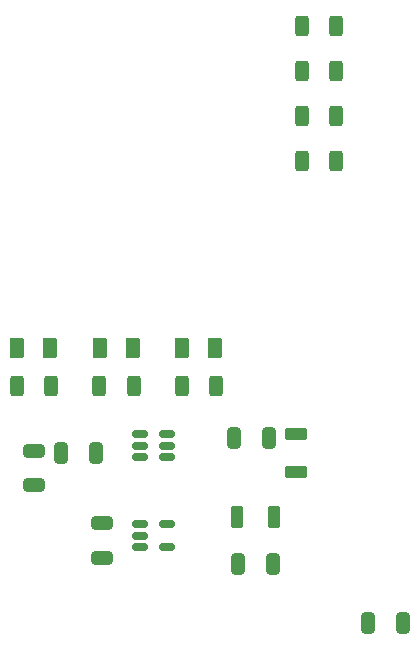
<source format=gbr>
%TF.GenerationSoftware,KiCad,Pcbnew,(6.0.5-0)*%
%TF.CreationDate,2022-10-17T18:29:33-07:00*%
%TF.ProjectId,Pioneer Controller,50696f6e-6565-4722-9043-6f6e74726f6c,rev?*%
%TF.SameCoordinates,Original*%
%TF.FileFunction,Paste,Top*%
%TF.FilePolarity,Positive*%
%FSLAX46Y46*%
G04 Gerber Fmt 4.6, Leading zero omitted, Abs format (unit mm)*
G04 Created by KiCad (PCBNEW (6.0.5-0)) date 2022-10-17 18:29:33*
%MOMM*%
%LPD*%
G01*
G04 APERTURE LIST*
G04 Aperture macros list*
%AMRoundRect*
0 Rectangle with rounded corners*
0 $1 Rounding radius*
0 $2 $3 $4 $5 $6 $7 $8 $9 X,Y pos of 4 corners*
0 Add a 4 corners polygon primitive as box body*
4,1,4,$2,$3,$4,$5,$6,$7,$8,$9,$2,$3,0*
0 Add four circle primitives for the rounded corners*
1,1,$1+$1,$2,$3*
1,1,$1+$1,$4,$5*
1,1,$1+$1,$6,$7*
1,1,$1+$1,$8,$9*
0 Add four rect primitives between the rounded corners*
20,1,$1+$1,$2,$3,$4,$5,0*
20,1,$1+$1,$4,$5,$6,$7,0*
20,1,$1+$1,$6,$7,$8,$9,0*
20,1,$1+$1,$8,$9,$2,$3,0*%
G04 Aperture macros list end*
%ADD10RoundRect,0.250000X-0.700000X0.275000X-0.700000X-0.275000X0.700000X-0.275000X0.700000X0.275000X0*%
%ADD11RoundRect,0.150000X-0.512500X-0.150000X0.512500X-0.150000X0.512500X0.150000X-0.512500X0.150000X0*%
%ADD12RoundRect,0.250000X0.312500X0.625000X-0.312500X0.625000X-0.312500X-0.625000X0.312500X-0.625000X0*%
%ADD13RoundRect,0.250000X-0.325000X-0.650000X0.325000X-0.650000X0.325000X0.650000X-0.325000X0.650000X0*%
%ADD14RoundRect,0.250000X-0.650000X0.325000X-0.650000X-0.325000X0.650000X-0.325000X0.650000X0.325000X0*%
%ADD15RoundRect,0.250000X0.375000X0.625000X-0.375000X0.625000X-0.375000X-0.625000X0.375000X-0.625000X0*%
%ADD16RoundRect,0.250000X0.325000X0.650000X-0.325000X0.650000X-0.325000X-0.650000X0.325000X-0.650000X0*%
%ADD17RoundRect,0.250000X-0.275000X-0.700000X0.275000X-0.700000X0.275000X0.700000X-0.275000X0.700000X0*%
G04 APERTURE END LIST*
D10*
%TO.C,L2*%
X84455000Y-93040000D03*
X84455000Y-96190000D03*
%TD*%
D11*
%TO.C,U6*%
X71252500Y-100650000D03*
X71252500Y-101600000D03*
X71252500Y-102550000D03*
X73527500Y-102550000D03*
X73527500Y-100650000D03*
%TD*%
D12*
%TO.C,R7*%
X77662500Y-88900000D03*
X74737500Y-88900000D03*
%TD*%
D13*
%TO.C,C2*%
X79525000Y-104000000D03*
X82475000Y-104000000D03*
%TD*%
%TO.C,C5*%
X90525000Y-109000000D03*
X93475000Y-109000000D03*
%TD*%
D14*
%TO.C,C1*%
X68000000Y-100525000D03*
X68000000Y-103475000D03*
%TD*%
D15*
%TO.C,D1*%
X63630000Y-85725000D03*
X60830000Y-85725000D03*
%TD*%
D12*
%TO.C,R3*%
X87822500Y-62230000D03*
X84897500Y-62230000D03*
%TD*%
%TO.C,R2*%
X87822500Y-58420000D03*
X84897500Y-58420000D03*
%TD*%
D16*
%TO.C,C6*%
X82120000Y-93345000D03*
X79170000Y-93345000D03*
%TD*%
%TO.C,C7*%
X67515000Y-94615000D03*
X64565000Y-94615000D03*
%TD*%
D11*
%TO.C,U7*%
X71252500Y-93030000D03*
X71252500Y-93980000D03*
X71252500Y-94930000D03*
X73527500Y-94930000D03*
X73527500Y-93980000D03*
X73527500Y-93030000D03*
%TD*%
D15*
%TO.C,D3*%
X77600000Y-85725000D03*
X74800000Y-85725000D03*
%TD*%
D12*
%TO.C,R4*%
X70677500Y-88900000D03*
X67752500Y-88900000D03*
%TD*%
D15*
%TO.C,D2*%
X70615000Y-85725000D03*
X67815000Y-85725000D03*
%TD*%
D12*
%TO.C,R6*%
X87822500Y-69850000D03*
X84897500Y-69850000D03*
%TD*%
%TO.C,R1*%
X63692500Y-88900000D03*
X60767500Y-88900000D03*
%TD*%
D14*
%TO.C,C8*%
X62230000Y-94410000D03*
X62230000Y-97360000D03*
%TD*%
D17*
%TO.C,L1*%
X79425000Y-100000000D03*
X82575000Y-100000000D03*
%TD*%
D12*
%TO.C,R5*%
X87822500Y-66040000D03*
X84897500Y-66040000D03*
%TD*%
M02*

</source>
